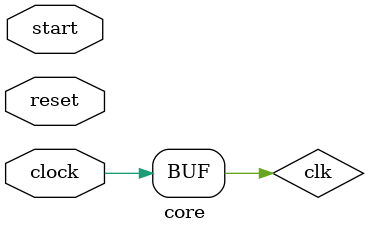
<source format=v>
module core #(
    parameter DWIDTH = 32
) (
    clock, start, reset 
);
    input clock, start, reset;

    wire clk;
    assign clk = clock;// & start;

    // wire rst;

    //controller section: wires coming in and out of controller
    wire [DWIDTH-1:0]   wire_inst;
    wire                wire_PCSel;
    wire [2:0]          wire_ImmSel;
    wire                wire_RegWEn;
    wire                wire_BrUn;
    wire                wire_BrEq;
    wire                wire_BrLt;
    wire                wire_BSel;
    wire                wire_ASel;
    wire [4:0]          wire_ALUSel;
    wire                wire_MemRW;
    wire [2:0]          wire_TypeSel;
    wire [1:0]          wire_WBSel;

    //datapath section: other wires in datapath (except wire_inst which I already declared in controller section)
    wire [DWIDTH-1:0] wire_alu;
    wire [DWIDTH-1:0] wire_pcPlus4;
    wire [DWIDTH-1:0] wire_pcMux;
    wire [DWIDTH-1:0] wire_pc;
    wire [DWIDTH-1:0] wire_imm;
    wire [DWIDTH-1:0] wire_regRS1;
    wire [DWIDTH-1:0] wire_regRS2;
    wire [DWIDTH-1:0] wire_mem;
    wire [DWIDTH-1:0] wire_wb;
    wire [DWIDTH-1:0] wire_aMux;
    wire [DWIDTH-1:0] wire_bMux;
    // wire wire_;
    



    branch_comp             #(.DWIDTH(DWIDTH)) module_branch_comp
                                               (.DataA(wire_regRS1),
                                                .DataB(wire_regRS2),
                                                .BrUn(wire_BrUn),
                                                .BrEq(wire_BrEq),
                                                .BrLt(wire_BrLt)
                                                );
    imm_gen                 #(.DWIDTH(DWIDTH)) module_imm_gen
                                               (.instruction(wire_inst[31:7]),
                                                .ImmSel(wire_ImmSel),
                                                .immediate(wire_imm)
                                                );
    alu                     #(.DWIDTH(DWIDTH)) module_alu
                                               (.alu_sel(wire_ALUSel),
                                                .alu_input_A(wire_aMux),
                                                .alu_input_B(wire_bMux),
                                                .alu_output(wire_alu)
                                                );
    instruction_memory      #(.DWIDTH(DWIDTH)) module_instruction_memory
                                               (.data_in(32'b0),
                                                .addr(wire_pc),
                                                .clk(clk),
                                                .WE(1'b0),
                                                .rst(reset),
                                                .data_out(wire_inst)
                                                );
    data_memory             #(.DWIDTH(DWIDTH)) module_data_memory  
                                               (.DataW(wire_regRS2),
                                                .Addr(wire_alu),
                                                .clk(clk),
                                                .MemRW(wire_MemRW),
                                                .rst(reset),
                                                .DataR(wire_mem),
                                                .type(wire_TypeSel)
                                                );
    pc_inc                  #(.DWIDTH(DWIDTH)) module_pc_inc
                                               (.input_pc(wire_pc),
                                                .output_pc(wire_pcPlus4)
                                                );
    regfile                 #(.DWIDTH(DWIDTH)) module_regfile
                                               (.rst(reset),
                                                .clk(clk),
                                                .RegWEn(wire_RegWEn),
                                                .AddrA(wire_inst[19:15]),
                                                .AddrB(wire_inst[24:20]),
                                                .AddrD(wire_inst[11:7]),
                                                .DataA(wire_regRS1),
                                                .DataB(wire_regRS2),
                                                .DataD(wire_wb)
                                                );
    control                 #(.DWIDTH(DWIDTH)) module_control
                                               (.instruction(wire_inst),
                                                .PCSel(wire_PCSel),
                                                .ImmSel(wire_ImmSel),
                                                .RegWEn(wire_RegWEn),
                                                .BrUn(wire_BrUn),
                                                .BrEq(wire_BrEq),
                                                .BrLT(wire_BrLt),
                                                .BSel(wire_BSel),
                                                .ASel(wire_ASel),
                                                .ALUSel(wire_ALUSel),
                                                .MemRW(wire_MemRW),
                                                .WBSel(wire_WBSel),
                                                .TypeSel(wire_TypeSel)
                                                );
    four_to_1_mux           #(.DWIDTH(DWIDTH)) module_wbMux
                                               (.Sel(wire_WBSel),
                                                .input_1(wire_mem),
                                                .input_2(wire_alu),
                                                .input_3(wire_pcPlus4),
                                                .input_4(32'b0),
                                                .output_1(wire_wb)
                                                );
    pc                      #(.DWIDTH(DWIDTH)) module_pc
                                               (.data_in(wire_pcMux),
                                                .clk(clk),
                                                .rst(reset),
                                                .data_out(wire_pc)
                                                );
    two_to_1_mux            #(.DWIDTH(DWIDTH)) module_pcMux
                                               (.Sel(wire_PCSel),
                                                .input_1(wire_pcPlus4),
                                                .input_2(wire_alu),
                                                .output_1(wire_pcMux)
                                                );
    two_to_1_mux            #(.DWIDTH(DWIDTH)) module_aMux
                                               (.Sel(wire_ASel),
                                                .input_1(wire_regRS1),
                                                .input_2(wire_pc),
                                                .output_1(wire_aMux));
    two_to_1_mux            #(.DWIDTH(DWIDTH)) module_bMux
                                              (.Sel(wire_BSel),
                                               .input_1(wire_regRS2),
                                               .input_2(wire_imm),
                                               .output_1(wire_bMux)
                                               );

    
    
endmodule
</source>
